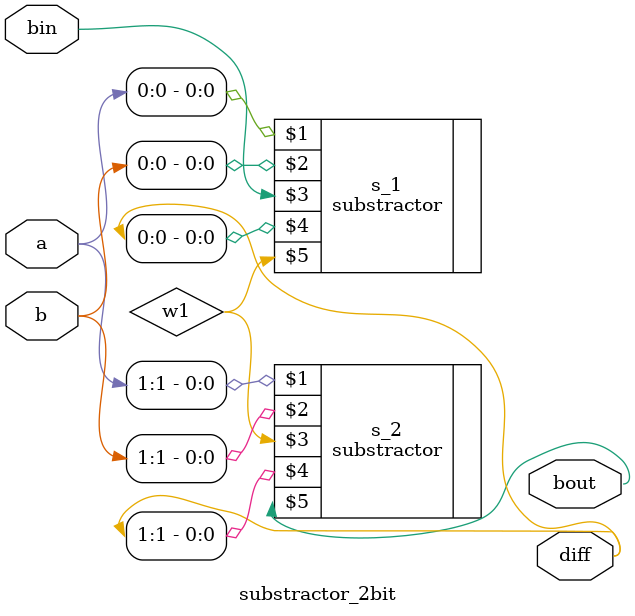
<source format=v>
module substractor_2bit(input[1:0]a,input[1:0]b,input bin,output[1:0]diff,output bout);

wire w1;

substractor s_1(a[0],b[0],bin,diff[0],w1);

substractor s_2(a[1],b[1],w1,diff[1],bout);

endmodule


</source>
